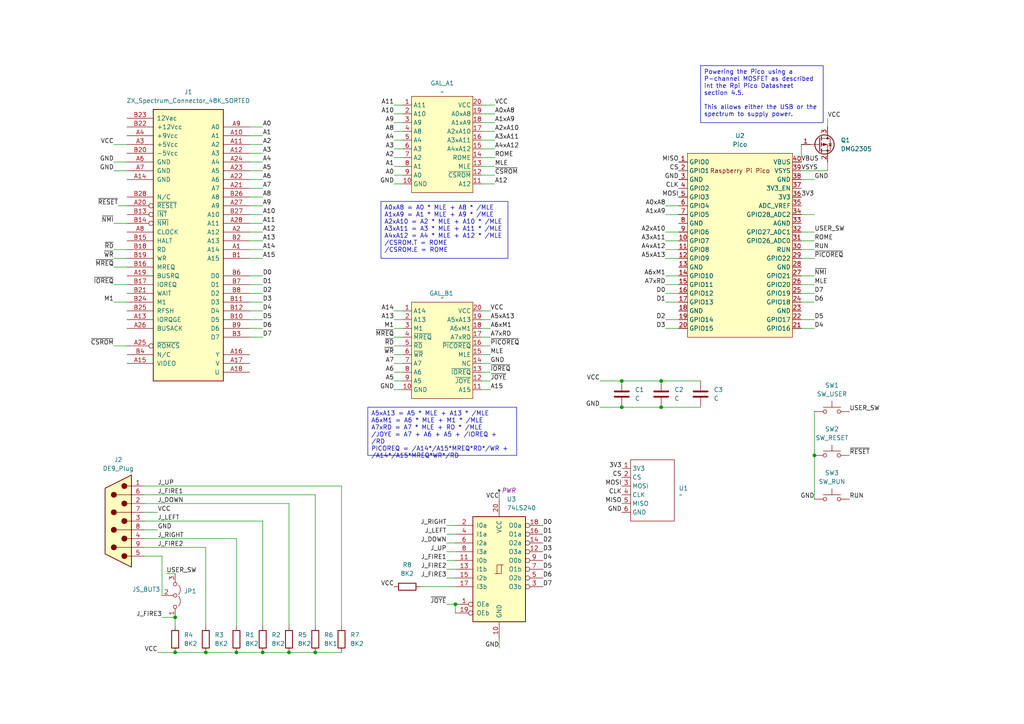
<source format=kicad_sch>
(kicad_sch (version 20231120) (generator "eeschema") (generator_version "8.0")
  (paper "A4")
  (lib_symbols
    (symbol "74xx:74LS240" (pin_names (offset 1.016))
      (property "Reference" "U" (at -7.62 16.51 0))
      (property "Value" "74LS240" (at -7.62 -16.51 0))
      (symbol "74LS240_1_0"
        (polyline (pts (xy -0.635 -1.27) (xy -0.635 1.27) (xy 0.635 1.27)))
        (polyline (pts (xy -1.27 -1.27) (xy 0.635 -1.27) (xy 0.635 1.27) (xy 1.27 1.27)))
        (pin input inverted (at -12.7 -10.16 0) (length 5.08) (name "OEa") (number "1"))
        (pin power_in line (at 0 -20.32 90) (length 5.08) (name "GND") (number "10"))
        (pin input line (at -12.7 2.54 0) (length 5.08) (name "I0b") (number "11"))
        (pin tri_state inverted (at 12.7 5.08 180) (length 5.08) (name "O3a") (number "12"))
        (pin input line (at -12.7 0 0) (length 5.08) (name "I1b") (number "13"))
        (pin tri_state inverted (at 12.7 7.62 180) (length 5.08) (name "O2a") (number "14"))
        (pin input line (at -12.7 -2.54 0) (length 5.08) (name "I2b") (number "15"))
        (pin tri_state inverted (at 12.7 10.16 180) (length 5.08) (name "O1a") (number "16"))
        (pin input line (at -12.7 -5.08 0) (length 5.08) (name "I3b") (number "17"))
        (pin tri_state inverted (at 12.7 12.7 180) (length 5.08) (name "O0a") (number "18"))
        (pin input inverted (at -12.7 -12.7 0) (length 5.08) (name "OEb") (number "19"))
        (pin input line (at -12.7 12.7 0) (length 5.08) (name "I0a") (number "2"))
        (pin power_in line (at 0 20.32 270) (length 5.08) (name "VCC") (number "20"))
        (pin tri_state inverted (at 12.7 -5.08 180) (length 5.08) (name "O3b") (number "3"))
        (pin input line (at -12.7 10.16 0) (length 5.08) (name "I1a") (number "4"))
        (pin tri_state inverted (at 12.7 -2.54 180) (length 5.08) (name "O2b") (number "5"))
        (pin input line (at -12.7 7.62 0) (length 5.08) (name "I2a") (number "6"))
        (pin tri_state inverted (at 12.7 0 180) (length 5.08) (name "O1b") (number "7"))
        (pin input line (at -12.7 5.08 0) (length 5.08) (name "I3a") (number "8"))
        (pin tri_state inverted (at 12.7 2.54 180) (length 5.08) (name "O0b") (number "9"))
      )
      (symbol "74LS240_1_1"
        (rectangle (start -7.62 15.24) (end 7.62 -15.24) (stroke (width 0.254)) (fill (type background)))
      )
    )
    (symbol "8bits:ZX_Spectrum_Connector_48K_SORTED" (pin_names (offset 1.016))
      (property "Reference" "J" (at 1.27 35.56 0))
      (property "Value" "ZX_Spectrum_Connector_48K_SORTED" (at 1.27 -46.99 0))
      (symbol "ZX_Spectrum_Connector_48K_SORTED_1_1"
        (rectangle (start -10.16 34.29) (end 10.16 -44.45) (stroke (width 0.254)) (fill (type background)))
        (pin bidirectional line (at 17.78 -6.35 180) (length 7.62) (name "A14") (number "A1"))
        (pin bidirectional line (at 17.78 26.67 180) (length 7.62) (name "A1") (number "A10"))
        (pin bidirectional line (at 17.78 24.13 180) (length 7.62) (name "A2") (number "A11"))
        (pin bidirectional line (at 17.78 21.59 180) (length 7.62) (name "A3") (number "A12"))
        (pin bidirectional line (at -17.78 -26.67 0) (length 7.62) (name "IORQGE") (number "A13"))
        (pin bidirectional line (at -17.78 13.97 0) (length 7.62) (name "GND") (number "A14"))
        (pin bidirectional line (at -17.78 -39.37 0) (length 7.62) (name "VIDEO") (number "A15"))
        (pin unspecified line (at 17.78 -36.83 180) (length 7.62) (name "Y") (number "A16"))
        (pin bidirectional line (at 17.78 -39.37 180) (length 7.62) (name "V") (number "A17"))
        (pin bidirectional line (at 17.78 -41.91 180) (length 7.62) (name "U") (number "A18"))
        (pin bidirectional line (at -17.78 -13.97 0) (length 7.62) (name "BUSRQ") (number "A19"))
        (pin bidirectional line (at 17.78 -1.27 180) (length 7.62) (name "A12") (number "A2"))
        (pin bidirectional inverted (at -17.78 6.35 0) (length 7.62) (name "~{RESET}") (number "A20"))
        (pin bidirectional line (at 17.78 11.43 180) (length 7.62) (name "A7") (number "A21"))
        (pin bidirectional line (at 17.78 13.97 180) (length 7.62) (name "A6") (number "A22"))
        (pin bidirectional line (at 17.78 16.51 180) (length 7.62) (name "A5") (number "A23"))
        (pin bidirectional line (at 17.78 19.05 180) (length 7.62) (name "A4") (number "A24"))
        (pin bidirectional inverted (at -17.78 -34.29 0) (length 7.62) (name "~{ROMCS}") (number "A25"))
        (pin bidirectional line (at -17.78 -29.21 0) (length 7.62) (name "BUSACK") (number "A26"))
        (pin bidirectional line (at 17.78 6.35 180) (length 7.62) (name "A9") (number "A27"))
        (pin bidirectional line (at 17.78 1.27 180) (length 7.62) (name "A11") (number "A28"))
        (pin bidirectional line (at -17.78 24.13 0) (length 7.62) (name "+5Vcc") (number "A3"))
        (pin bidirectional line (at -17.78 26.67 0) (length 7.62) (name "+9Vcc") (number "A4"))
        (pin bidirectional line (at -17.78 19.05 0) (length 7.62) (name "GND") (number "A6"))
        (pin bidirectional line (at -17.78 16.51 0) (length 7.62) (name "GND") (number "A7"))
        (pin bidirectional line (at -17.78 -1.27 0) (length 7.62) (name "CLOCK") (number "A8"))
        (pin bidirectional line (at 17.78 29.21 180) (length 7.62) (name "A0") (number "A9"))
        (pin bidirectional line (at 17.78 -8.89 180) (length 7.62) (name "A15") (number "B1"))
        (pin bidirectional line (at 17.78 -26.67 180) (length 7.62) (name "D5") (number "B10"))
        (pin bidirectional line (at 17.78 -21.59 180) (length 7.62) (name "D3") (number "B11"))
        (pin bidirectional line (at 17.78 -24.13 180) (length 7.62) (name "D4") (number "B12"))
        (pin bidirectional inverted (at -17.78 3.81 0) (length 7.62) (name "~{INT}") (number "B13"))
        (pin bidirectional inverted (at -17.78 1.27 0) (length 7.62) (name "~{NMI}") (number "B14"))
        (pin bidirectional line (at -17.78 -3.81 0) (length 7.62) (name "HALT") (number "B15"))
        (pin bidirectional line (at -17.78 -11.43 0) (length 7.62) (name "MREQ") (number "B16"))
        (pin bidirectional line (at -17.78 -16.51 0) (length 7.62) (name "IOREQ") (number "B17"))
        (pin bidirectional line (at -17.78 -6.35 0) (length 7.62) (name "RD") (number "B18"))
        (pin bidirectional line (at -17.78 -8.89 0) (length 7.62) (name "WR") (number "B19"))
        (pin bidirectional line (at 17.78 -3.81 180) (length 7.62) (name "A13") (number "B2"))
        (pin bidirectional line (at -17.78 21.59 0) (length 7.62) (name "-5Vcc") (number "B20"))
        (pin bidirectional line (at -17.78 -19.05 0) (length 7.62) (name "WAIT") (number "B21"))
        (pin bidirectional line (at -17.78 29.21 0) (length 7.62) (name "+12Vcc") (number "B22"))
        (pin bidirectional line (at -17.78 31.75 0) (length 7.62) (name "12Vac") (number "B23"))
        (pin bidirectional line (at -17.78 -21.59 0) (length 7.62) (name "M1") (number "B24"))
        (pin bidirectional line (at -17.78 -24.13 0) (length 7.62) (name "RFSH") (number "B25"))
        (pin bidirectional line (at 17.78 8.89 180) (length 7.62) (name "A8") (number "B26"))
        (pin bidirectional line (at 17.78 3.81 180) (length 7.62) (name "A10") (number "B27"))
        (pin unspecified line (at -17.78 8.89 0) (length 7.62) (name "N/C") (number "B28"))
        (pin bidirectional line (at 17.78 -31.75 180) (length 7.62) (name "D7") (number "B3"))
        (pin unspecified line (at -17.78 -36.83 0) (length 7.62) (name "N/C") (number "B4"))
        (pin bidirectional line (at 17.78 -13.97 180) (length 7.62) (name "D0") (number "B6"))
        (pin bidirectional line (at 17.78 -16.51 180) (length 7.62) (name "D1") (number "B7"))
        (pin bidirectional line (at 17.78 -19.05 180) (length 7.62) (name "D2") (number "B8"))
        (pin bidirectional line (at 17.78 -29.21 180) (length 7.62) (name "D6") (number "B9"))
      )
    )
    (symbol "Connector:DE9_Plug" (pin_names (offset 1.016) hide)
      (property "Reference" "J" (at 0 13.97 0))
      (property "Value" "DE9_Plug" (at 0 -14.605 0))
      (symbol "DE9_Plug_0_1"
        (circle (center -1.778 -10.16) (radius 0.762) (fill (type outline)))
        (circle (center -1.778 -5.08) (radius 0.762) (fill (type outline)))
        (circle (center -1.778 0) (radius 0.762) (fill (type outline)))
        (circle (center -1.778 5.08) (radius 0.762) (fill (type outline)))
        (circle (center -1.778 10.16) (radius 0.762) (fill (type outline)))
        (polyline (pts (xy -3.81 -10.16) (xy -2.54 -10.16)))
        (polyline (pts (xy -3.81 -7.62) (xy 0.508 -7.62)))
        (polyline (pts (xy -3.81 -5.08) (xy -2.54 -5.08)))
        (polyline (pts (xy -3.81 -2.54) (xy 0.508 -2.54)))
        (polyline (pts (xy -3.81 0) (xy -2.54 0)))
        (polyline (pts (xy -3.81 2.54) (xy 0.508 2.54)))
        (polyline (pts (xy -3.81 5.08) (xy -2.54 5.08)))
        (polyline (pts (xy -3.81 7.62) (xy 0.508 7.62)))
        (polyline (pts (xy -3.81 10.16) (xy -2.54 10.16)))
        (polyline (pts (xy -3.81 -13.335) (xy -3.81 13.335) (xy 3.81 9.525) (xy 3.81 -9.525) (xy -3.81 -13.335)) (stroke (width 0.254)) (fill (type background)))
        (circle (center 1.27 -7.62) (radius 0.762) (fill (type outline)))
        (circle (center 1.27 -2.54) (radius 0.762) (fill (type outline)))
        (circle (center 1.27 2.54) (radius 0.762) (fill (type outline)))
        (circle (center 1.27 7.62) (radius 0.762) (fill (type outline)))
      )
      (symbol "DE9_Plug_1_1"
        (pin passive line (at -7.62 -10.16 0) (length 3.81) (name "1") (number "1"))
        (pin passive line (at -7.62 -5.08 0) (length 3.81) (name "2") (number "2"))
        (pin passive line (at -7.62 0 0) (length 3.81) (name "3") (number "3"))
        (pin passive line (at -7.62 5.08 0) (length 3.81) (name "4") (number "4"))
        (pin passive line (at -7.62 10.16 0) (length 3.81) (name "5") (number "5"))
        (pin passive line (at -7.62 -7.62 0) (length 3.81) (name "6") (number "6"))
        (pin passive line (at -7.62 -2.54 0) (length 3.81) (name "7") (number "7"))
        (pin passive line (at -7.62 2.54 0) (length 3.81) (name "8") (number "8"))
        (pin passive line (at -7.62 7.62 0) (length 3.81) (name "9") (number "9"))
      )
    )
    (symbol "Device:C" (pin_numbers hide) (pin_names (offset 0.254))
      (property "Reference" "C" (at 0.635 2.54 0))
      (property "Value" "C" (at 0.635 -2.54 0))
      (symbol "C_0_1"
        (polyline (pts (xy -2.032 -0.762) (xy 2.032 -0.762)) (stroke (width 0.508)))
        (polyline (pts (xy -2.032 0.762) (xy 2.032 0.762)) (stroke (width 0.508)))
      )
      (symbol "C_1_1"
        (pin passive line (at 0 3.81 270) (length 2.794) (name "~") (number "1"))
        (pin passive line (at 0 -3.81 90) (length 2.794) (name "~") (number "2"))
      )
    )
    (symbol "Device:R" (pin_numbers hide) (pin_names (offset 0))
      (property "Reference" "R" (at 2.032 0 90))
      (property "Value" "R" (at 0 0 90))
      (symbol "R_0_1"
        (rectangle (start -1.016 -2.54) (end 1.016 2.54) (stroke (width 0.254)))
      )
      (symbol "R_1_1"
        (pin passive line (at 0 3.81 270) (length 1.27) (name "~") (number "1"))
        (pin passive line (at 0 -3.81 90) (length 1.27) (name "~") (number "2"))
      )
    )
    (symbol "Jumper:Jumper_3_Open" (pin_names (offset 0) hide) (exclude_from_sim yes) (in_bom no)
      (property "Reference" "JP" (at -2.54 -2.54 0))
      (property "Value" "Jumper_3_Open" (at 0 2.794 0))
      (symbol "Jumper_3_Open_0_0"
        (circle (center -3.302 0) (radius 0.508))
        (circle (center 0 0) (radius 0.508))
        (circle (center 3.302 0) (radius 0.508))
      )
      (symbol "Jumper_3_Open_0_1"
        (arc (start -0.254 1.016) (mid -1.651 1.4992) (end -3.048 1.016))
        (polyline (pts (xy 0 -0.508) (xy 0 -1.27)))
        (arc (start 3.048 1.016) (mid 1.651 1.4992) (end 0.254 1.016))
      )
      (symbol "Jumper_3_Open_1_1"
        (pin passive line (at -6.35 0 0) (length 2.54) (name "A") (number "1"))
        (pin passive line (at 0 -3.81 90) (length 2.54) (name "C") (number "2"))
        (pin passive line (at 6.35 0 180) (length 2.54) (name "B") (number "3"))
      )
    )
    (symbol "Switch:SW_Push" (pin_numbers hide) (pin_names (offset 1.016) hide)
      (property "Reference" "SW" (at 1.27 2.54 0))
      (property "Value" "SW_Push" (at 0 -1.524 0))
      (symbol "SW_Push_0_1"
        (circle (center -2.032 0) (radius 0.508))
        (polyline (pts (xy 0 1.27) (xy 0 3.048)))
        (polyline (pts (xy 2.54 1.27) (xy -2.54 1.27)))
        (circle (center 2.032 0) (radius 0.508))
        (pin passive line (at -5.08 0 0) (length 2.54) (name "1") (number "1"))
        (pin passive line (at 5.08 0 180) (length 2.54) (name "2") (number "2"))
      )
    )
    (symbol "Transistor_FET:DMG2301L" (pin_names hide)
      (property "Reference" "Q" (at 5.08 1.905 0))
      (property "Value" "DMG2301L" (at 5.08 0 0))
      (symbol "DMG2301L_0_1"
        (polyline (pts (xy 0.254 0) (xy -2.54 0)))
        (polyline (pts (xy 0.254 1.905) (xy 0.254 -1.905)) (stroke (width 0.254)))
        (polyline (pts (xy 0.762 -1.27) (xy 0.762 -2.286)) (stroke (width 0.254)))
        (polyline (pts (xy 0.762 0.508) (xy 0.762 -0.508)) (stroke (width 0.254)))
        (polyline (pts (xy 0.762 2.286) (xy 0.762 1.27)) (stroke (width 0.254)))
        (polyline (pts (xy 2.54 2.54) (xy 2.54 1.778)))
        (polyline (pts (xy 2.54 -2.54) (xy 2.54 0) (xy 0.762 0)))
        (polyline (pts (xy 0.762 1.778) (xy 3.302 1.778) (xy 3.302 -1.778) (xy 0.762 -1.778)))
        (polyline (pts (xy 2.286 0) (xy 1.27 0.381) (xy 1.27 -0.381) (xy 2.286 0)) (fill (type outline)))
        (polyline (pts (xy 2.794 -0.508) (xy 2.921 -0.381) (xy 3.683 -0.381) (xy 3.81 -0.254)))
        (polyline (pts (xy 3.302 -0.381) (xy 2.921 0.254) (xy 3.683 0.254) (xy 3.302 -0.381)))
        (circle (center 1.651 0) (radius 2.794) (stroke (width 0.254)))
        (circle (center 2.54 -1.778) (radius 0.254) (fill (type outline)))
        (circle (center 2.54 1.778) (radius 0.254) (fill (type outline)))
      )
      (symbol "DMG2301L_1_1"
        (pin input line (at -5.08 0 0) (length 2.54) (name "G") (number "1"))
        (pin passive line (at 2.54 -5.08 90) (length 2.54) (name "S") (number "2"))
        (pin passive line (at 2.54 5.08 270) (length 2.54) (name "D") (number "3"))
      )
    )
    (symbol "mysyms:GAL_CHIPA"
      (property "Reference" "GAL_A" (at 0 15.748 0))
      (symbol "GAL_CHIPA_1_1"
        (rectangle (start -8.89 13.97) (end 8.89 -13.97) (fill (type background)))
        (pin input line (at -11.43 11.43 0) (length 2.54) (name "A11") (number "1"))
        (pin input line (at -11.43 -11.43 0) (length 2.54) (name "GND") (number "10"))
        (pin input line (at 11.43 -11.43 180) (length 2.54) (name "A12") (number "11"))
        (pin output line (at 11.43 -8.89 180) (length 2.54) (name "~{CSROM}") (number "12"))
        (pin input line (at 11.43 -6.35 180) (length 2.54) (name "MLE") (number "13"))
        (pin input line (at 11.43 -3.81 180) (length 2.54) (name "ROME") (number "14"))
        (pin output line (at 11.43 -1.27 180) (length 2.54) (name "A4xA12") (number "15"))
        (pin output line (at 11.43 1.27 180) (length 2.54) (name "A3xA11") (number "16"))
        (pin output line (at 11.43 3.81 180) (length 2.54) (name "A2xA10") (number "17"))
        (pin output line (at 11.43 6.35 180) (length 2.54) (name "A1xA9") (number "18"))
        (pin output line (at 11.43 8.89 180) (length 2.54) (name "A0xA8") (number "19"))
        (pin input line (at -11.43 8.89 0) (length 2.54) (name "A10") (number "2"))
        (pin input line (at 11.43 11.43 180) (length 2.54) (name "VCC") (number "20"))
        (pin input line (at -11.43 6.35 0) (length 2.54) (name "A9") (number "3"))
        (pin input line (at -11.43 3.81 0) (length 2.54) (name "A8") (number "4"))
        (pin input line (at -11.43 1.27 0) (length 2.54) (name "A4") (number "5"))
        (pin input line (at -11.43 -1.27 0) (length 2.54) (name "A3") (number "6"))
        (pin input line (at -11.43 -3.81 0) (length 2.54) (name "A2") (number "7"))
        (pin input line (at -11.43 -6.35 0) (length 2.54) (name "A1") (number "8"))
        (pin input line (at -11.43 -8.89 0) (length 2.54) (name "A0") (number "9"))
      )
    )
    (symbol "mysyms:GAL_CHIPB"
      (property "Reference" "GAL_B" (at 0 15.748 0))
      (symbol "GAL_CHIPB_1_1"
        (rectangle (start -8.89 13.97) (end 8.89 -13.97) (fill (type background)))
        (pin input line (at -11.43 11.43 0) (length 2.54) (name "A14") (number "1"))
        (pin input line (at -11.43 -11.43 0) (length 2.54) (name "GND") (number "10"))
        (pin input line (at 11.43 -11.43 180) (length 2.54) (name "A15") (number "11"))
        (pin output line (at 11.43 -8.89 180) (length 2.54) (name "~{JOYE}") (number "12"))
        (pin input line (at 11.43 -6.35 180) (length 2.54) (name "~{IOREQ}") (number "13"))
        (pin input line (at 11.43 -3.81 180) (length 2.54) (name "NC") (number "14"))
        (pin input line (at 11.43 -1.27 180) (length 2.54) (name "MLE") (number "15"))
        (pin output line (at 11.43 1.27 180) (length 2.54) (name "~{PICOREQ}") (number "16"))
        (pin output line (at 11.43 3.81 180) (length 2.54) (name "A7xRD") (number "17"))
        (pin output line (at 11.43 6.35 180) (length 2.54) (name "A6xM1") (number "18"))
        (pin output line (at 11.43 8.89 180) (length 2.54) (name "A5xA13") (number "19"))
        (pin input line (at -11.43 8.89 0) (length 2.54) (name "A13") (number "2"))
        (pin input line (at 11.43 11.43 180) (length 2.54) (name "VCC") (number "20"))
        (pin input line (at -11.43 6.35 0) (length 2.54) (name "M1") (number "3"))
        (pin input line (at -11.43 3.81 0) (length 2.54) (name "~{MREQ}") (number "4"))
        (pin input line (at -11.43 1.27 0) (length 2.54) (name "~{RD}") (number "5"))
        (pin input line (at -11.43 -1.27 0) (length 2.54) (name "~{WR}") (number "6"))
        (pin input line (at -11.43 -3.81 0) (length 2.54) (name "A7") (number "7"))
        (pin input line (at -11.43 -6.35 0) (length 2.54) (name "A6") (number "8"))
        (pin input line (at -11.43 -8.89 0) (length 2.54) (name "A5") (number "9"))
      )
    )
    (symbol "mysyms:Pico"
      (property "Reference" "U" (at -13.97 27.94 0))
      (property "Value" "Pico" (at 0 19.05 0))
      (symbol "Pico_0_0"
        (text "Raspberry Pi Pico" (at 0 21.59 0) (effects (font (size 1.27 1.27))))
      )
      (symbol "Pico_0_1"
        (rectangle (start -15.24 26.67) (end 15.24 -26.67) (fill (type background)))
      )
      (symbol "Pico_1_1"
        (pin bidirectional line (at -17.78 24.13 0) (length 2.54) (name "GPIO0") (number "1"))
        (pin bidirectional line (at -17.78 1.27 0) (length 2.54) (name "GPIO7") (number "10"))
        (pin bidirectional line (at -17.78 -1.27 0) (length 2.54) (name "GPIO8") (number "11"))
        (pin bidirectional line (at -17.78 -3.81 0) (length 2.54) (name "GPIO9") (number "12"))
        (pin power_in line (at -17.78 -6.35 0) (length 2.54) (name "GND") (number "13"))
        (pin bidirectional line (at -17.78 -8.89 0) (length 2.54) (name "GPIO10") (number "14"))
        (pin bidirectional line (at -17.78 -11.43 0) (length 2.54) (name "GPIO11") (number "15"))
        (pin bidirectional line (at -17.78 -13.97 0) (length 2.54) (name "GPIO12") (number "16"))
        (pin bidirectional line (at -17.78 -16.51 0) (length 2.54) (name "GPIO13") (number "17"))
        (pin power_in line (at -17.78 -19.05 0) (length 2.54) (name "GND") (number "18"))
        (pin bidirectional line (at -17.78 -21.59 0) (length 2.54) (name "GPIO14") (number "19"))
        (pin bidirectional line (at -17.78 21.59 0) (length 2.54) (name "GPIO1") (number "2"))
        (pin bidirectional line (at -17.78 -24.13 0) (length 2.54) (name "GPIO15") (number "20"))
        (pin bidirectional line (at 17.78 -24.13 180) (length 2.54) (name "GPIO16") (number "21"))
        (pin bidirectional line (at 17.78 -21.59 180) (length 2.54) (name "GPIO17") (number "22"))
        (pin power_in line (at 17.78 -19.05 180) (length 2.54) (name "GND") (number "23"))
        (pin bidirectional line (at 17.78 -16.51 180) (length 2.54) (name "GPIO18") (number "24"))
        (pin bidirectional line (at 17.78 -13.97 180) (length 2.54) (name "GPIO19") (number "25"))
        (pin bidirectional line (at 17.78 -11.43 180) (length 2.54) (name "GPIO20") (number "26"))
        (pin bidirectional line (at 17.78 -8.89 180) (length 2.54) (name "GPIO21") (number "27"))
        (pin power_in line (at 17.78 -6.35 180) (length 2.54) (name "GND") (number "28"))
        (pin bidirectional line (at 17.78 -3.81 180) (length 2.54) (name "GPIO22") (number "29"))
        (pin power_in line (at -17.78 19.05 0) (length 2.54) (name "GND") (number "3"))
        (pin input line (at 17.78 -1.27 180) (length 2.54) (name "RUN") (number "30"))
        (pin bidirectional line (at 17.78 1.27 180) (length 2.54) (name "GPIO26_ADC0") (number "31"))
        (pin bidirectional line (at 17.78 3.81 180) (length 2.54) (name "GPIO27_ADC1") (number "32"))
        (pin power_in line (at 17.78 6.35 180) (length 2.54) (name "AGND") (number "33"))
        (pin bidirectional line (at 17.78 8.89 180) (length 2.54) (name "GPIO28_ADC2") (number "34"))
        (pin power_in line (at 17.78 11.43 180) (length 2.54) (name "ADC_VREF") (number "35"))
        (pin power_in line (at 17.78 13.97 180) (length 2.54) (name "3V3") (number "36"))
        (pin input line (at 17.78 16.51 180) (length 2.54) (name "3V3_EN") (number "37"))
        (pin bidirectional line (at 17.78 19.05 180) (length 2.54) (name "GND") (number "38"))
        (pin power_in line (at 17.78 21.59 180) (length 2.54) (name "VSYS") (number "39"))
        (pin bidirectional line (at -17.78 16.51 0) (length 2.54) (name "GPIO2") (number "4"))
        (pin power_in line (at 17.78 24.13 180) (length 2.54) (name "VBUS") (number "40"))
        (pin bidirectional line (at -17.78 13.97 0) (length 2.54) (name "GPIO3") (number "5"))
        (pin bidirectional line (at -17.78 11.43 0) (length 2.54) (name "GPIO4") (number "6"))
        (pin bidirectional line (at -17.78 8.89 0) (length 2.54) (name "GPIO5") (number "7"))
        (pin power_in line (at -17.78 6.35 0) (length 2.54) (name "GND") (number "8"))
        (pin bidirectional line (at -17.78 3.81 0) (length 2.54) (name "GPIO6") (number "9"))
      )
    )
    (symbol "mysyms:SDMICRO_ALIEXPRESS"
      (property "Reference" "U" (at 0.254 6.604 0))
      (symbol "SDMICRO_ALIEXPRESS_0_1"
        (rectangle (start -6.35 5.08) (end 6.35 -12.7))
      )
      (symbol "SDMICRO_ALIEXPRESS_1_1"
        (pin input line (at -8.89 2.54 0) (length 2.54) (name "3V3") (number "1"))
        (pin input line (at -8.89 0 0) (length 2.54) (name "CS") (number "2"))
        (pin input line (at -8.89 -2.54 0) (length 2.54) (name "MOSI") (number "3"))
        (pin input line (at -8.89 -5.08 0) (length 2.54) (name "CLK") (number "4"))
        (pin input line (at -8.89 -7.62 0) (length 2.54) (name "MISO") (number "5"))
        (pin input line (at -8.89 -10.16 0) (length 2.54) (name "GND") (number "6"))
      )
    )
  )
  (junction (at 91.44 189.23))
  (junction (at 236.22 132.08))
  (junction (at 50.8 179.07))
  (junction (at 191.77 110.49))
  (junction (at 59.69 189.23))
  (junction (at 83.82 189.23))
  (junction (at 50.8 189.23))
  (junction (at 132.08 175.26))
  (junction (at 68.58 189.23))
  (junction (at 180.34 110.49))
  (junction (at 180.34 118.11))
  (junction (at 191.77 118.11))
  (junction (at 76.2 189.23))
  (wire (pts (xy 114.3 107.95) (xy 116.84 107.95)))
  (wire (pts (xy 143.51 53.34) (xy 139.7 53.34)))
  (wire (pts (xy 114.3 90.17) (xy 116.84 90.17)))
  (wire (pts (xy 34.29 59.69) (xy 36.83 59.69)))
  (wire (pts (xy 114.3 33.02) (xy 116.84 33.02)))
  (wire (pts (xy 129.54 152.4) (xy 132.08 152.4)))
  (wire (pts (xy 173.99 110.49) (xy 180.34 110.49)))
  (wire (pts (xy 142.24 97.79) (xy 139.7 97.79)))
  (wire (pts (xy 236.22 132.08) (xy 236.22 144.78)))
  (wire (pts (xy 129.54 162.56) (xy 132.08 162.56)))
  (wire (pts (xy 240.03 34.29) (xy 240.03 36.83)))
  (wire (pts (xy 33.02 87.63) (xy 36.83 87.63)))
  (wire (pts (xy 41.91 143.51) (xy 91.44 143.51)))
  (wire (pts (xy 193.04 74.93) (xy 196.85 74.93)))
  (wire (pts (xy 193.04 82.55) (xy 196.85 82.55)))
  (wire (pts (xy 50.8 189.23) (xy 59.69 189.23)))
  (wire (pts (xy 76.2 82.55) (xy 72.39 82.55)))
  (wire (pts (xy 114.3 105.41) (xy 116.84 105.41)))
  (wire (pts (xy 143.51 35.56) (xy 139.7 35.56)))
  (wire (pts (xy 76.2 95.25) (xy 72.39 95.25)))
  (wire (pts (xy 76.2 44.45) (xy 72.39 44.45)))
  (wire (pts (xy 191.77 110.49) (xy 203.2 110.49)))
  (wire (pts (xy 142.24 95.25) (xy 139.7 95.25)))
  (wire (pts (xy 76.2 41.91) (xy 72.39 41.91)))
  (wire (pts (xy 236.22 62.23) (xy 232.41 62.23)))
  (wire (pts (xy 45.72 148.59) (xy 41.91 148.59)))
  (wire (pts (xy 142.24 107.95) (xy 139.7 107.95)))
  (wire (pts (xy 114.3 102.87) (xy 116.84 102.87)))
  (wire (pts (xy 142.24 105.41) (xy 139.7 105.41)))
  (wire (pts (xy 76.2 49.53) (xy 72.39 49.53)))
  (wire (pts (xy 143.51 43.18) (xy 139.7 43.18)))
  (wire (pts (xy 232.41 46.99) (xy 232.41 41.91)))
  (wire (pts (xy 193.04 62.23) (xy 196.85 62.23)))
  (wire (pts (xy 143.51 38.1) (xy 139.7 38.1)))
  (wire (pts (xy 236.22 95.25) (xy 232.41 95.25)))
  (wire (pts (xy 91.44 189.23) (xy 99.06 189.23)))
  (wire (pts (xy 114.3 30.48) (xy 116.84 30.48)))
  (wire (pts (xy 240.03 49.53) (xy 240.03 46.99)))
  (wire (pts (xy 33.02 49.53) (xy 36.83 49.53)))
  (wire (pts (xy 193.04 92.71) (xy 196.85 92.71)))
  (wire (pts (xy 236.22 72.39) (xy 232.41 72.39)))
  (wire (pts (xy 33.02 41.91) (xy 36.83 41.91)))
  (wire (pts (xy 132.08 175.26) (xy 132.08 177.8)))
  (wire (pts (xy 236.22 67.31) (xy 232.41 67.31)))
  (wire (pts (xy 143.51 33.02) (xy 139.7 33.02)))
  (wire (pts (xy 193.04 69.85) (xy 196.85 69.85)))
  (wire (pts (xy 33.02 74.93) (xy 36.83 74.93)))
  (wire (pts (xy 114.3 53.34) (xy 116.84 53.34)))
  (wire (pts (xy 76.2 80.01) (xy 72.39 80.01)))
  (wire (pts (xy 76.2 85.09) (xy 72.39 85.09)))
  (wire (pts (xy 59.69 181.61) (xy 59.69 158.75)))
  (wire (pts (xy 41.91 151.13) (xy 76.2 151.13)))
  (wire (pts (xy 41.91 158.75) (xy 59.69 158.75)))
  (wire (pts (xy 48.26 166.37) (xy 50.8 166.37)))
  (wire (pts (xy 143.51 48.26) (xy 139.7 48.26)))
  (wire (pts (xy 142.24 100.33) (xy 139.7 100.33)))
  (wire (pts (xy 68.58 189.23) (xy 76.2 189.23)))
  (wire (pts (xy 129.54 167.64) (xy 132.08 167.64)))
  (wire (pts (xy 114.3 110.49) (xy 116.84 110.49)))
  (wire (pts (xy 114.3 50.8) (xy 116.84 50.8)))
  (wire (pts (xy 114.3 48.26) (xy 116.84 48.26)))
  (wire (pts (xy 232.41 49.53) (xy 240.03 49.53)))
  (wire (pts (xy 121.92 170.18) (xy 132.08 170.18)))
  (wire (pts (xy 114.3 95.25) (xy 116.84 95.25)))
  (wire (pts (xy 142.24 102.87) (xy 139.7 102.87)))
  (wire (pts (xy 114.3 113.03) (xy 116.84 113.03)))
  (wire (pts (xy 114.3 40.64) (xy 116.84 40.64)))
  (wire (pts (xy 191.77 118.11) (xy 203.2 118.11)))
  (wire (pts (xy 41.91 140.97) (xy 99.06 140.97)))
  (wire (pts (xy 76.2 52.07) (xy 72.39 52.07)))
  (wire (pts (xy 76.2 57.15) (xy 72.39 57.15)))
  (wire (pts (xy 180.34 118.11) (xy 191.77 118.11)))
  (wire (pts (xy 76.2 54.61) (xy 72.39 54.61)))
  (wire (pts (xy 76.2 74.93) (xy 72.39 74.93)))
  (wire (pts (xy 193.04 72.39) (xy 196.85 72.39)))
  (wire (pts (xy 114.3 38.1) (xy 116.84 38.1)))
  (wire (pts (xy 236.22 92.71) (xy 232.41 92.71)))
  (wire (pts (xy 76.2 39.37) (xy 72.39 39.37)))
  (wire (pts (xy 142.24 110.49) (xy 139.7 110.49)))
  (wire (pts (xy 236.22 87.63) (xy 232.41 87.63)))
  (wire (pts (xy 236.22 80.01) (xy 232.41 80.01)))
  (wire (pts (xy 193.04 59.69) (xy 196.85 59.69)))
  (wire (pts (xy 236.22 119.38) (xy 236.22 132.08)))
  (wire (pts (xy 68.58 181.61) (xy 68.58 156.21)))
  (wire (pts (xy 143.51 40.64) (xy 139.7 40.64)))
  (wire (pts (xy 129.54 160.02) (xy 132.08 160.02)))
  (wire (pts (xy 173.99 118.11) (xy 180.34 118.11)))
  (wire (pts (xy 33.02 100.33) (xy 36.83 100.33)))
  (wire (pts (xy 236.22 52.07) (xy 232.41 52.07)))
  (wire (pts (xy 76.2 87.63) (xy 72.39 87.63)))
  (wire (pts (xy 33.02 64.77) (xy 36.83 64.77)))
  (wire (pts (xy 76.2 72.39) (xy 72.39 72.39)))
  (wire (pts (xy 99.06 181.61) (xy 99.06 140.97)))
  (wire (pts (xy 142.24 90.17) (xy 139.7 90.17)))
  (wire (pts (xy 46.99 161.29) (xy 46.99 172.72)))
  (wire (pts (xy 45.72 153.67) (xy 41.91 153.67)))
  (wire (pts (xy 76.2 67.31) (xy 72.39 67.31)))
  (wire (pts (xy 41.91 146.05) (xy 83.82 146.05)))
  (wire (pts (xy 76.2 36.83) (xy 72.39 36.83)))
  (wire (pts (xy 129.54 175.26) (xy 132.08 175.26)))
  (wire (pts (xy 114.3 43.18) (xy 116.84 43.18)))
  (wire (pts (xy 193.04 67.31) (xy 196.85 67.31)))
  (wire (pts (xy 114.3 45.72) (xy 116.84 45.72)))
  (wire (pts (xy 76.2 62.23) (xy 72.39 62.23)))
  (wire (pts (xy 83.82 181.61) (xy 83.82 146.05)))
  (wire (pts (xy 114.3 92.71) (xy 116.84 92.71)))
  (wire (pts (xy 193.04 95.25) (xy 196.85 95.25)))
  (wire (pts (xy 143.51 45.72) (xy 139.7 45.72)))
  (wire (pts (xy 236.22 82.55) (xy 232.41 82.55)))
  (wire (pts (xy 76.2 59.69) (xy 72.39 59.69)))
  (wire (pts (xy 129.54 154.94) (xy 132.08 154.94)))
  (wire (pts (xy 76.2 97.79) (xy 72.39 97.79)))
  (wire (pts (xy 33.02 77.47) (xy 36.83 77.47)))
  (wire (pts (xy 144.78 187.96) (xy 144.78 185.42)))
  (wire (pts (xy 33.02 72.39) (xy 36.83 72.39)))
  (wire (pts (xy 45.72 189.23) (xy 50.8 189.23)))
  (wire (pts (xy 83.82 189.23) (xy 91.44 189.23)))
  (wire (pts (xy 33.02 82.55) (xy 36.83 82.55)))
  (wire (pts (xy 193.04 85.09) (xy 196.85 85.09)))
  (wire (pts (xy 236.22 74.93) (xy 232.41 74.93)))
  (wire (pts (xy 76.2 69.85) (xy 72.39 69.85)))
  (wire (pts (xy 129.54 165.1) (xy 132.08 165.1)))
  (wire (pts (xy 76.2 181.61) (xy 76.2 151.13)))
  (wire (pts (xy 41.91 156.21) (xy 68.58 156.21)))
  (wire (pts (xy 76.2 64.77) (xy 72.39 64.77)))
  (wire (pts (xy 193.04 87.63) (xy 196.85 87.63)))
  (wire (pts (xy 129.54 157.48) (xy 132.08 157.48)))
  (wire (pts (xy 33.02 46.99) (xy 36.83 46.99)))
  (wire (pts (xy 76.2 90.17) (xy 72.39 90.17)))
  (wire (pts (xy 91.44 181.61) (xy 91.44 143.51)))
  (wire (pts (xy 236.22 69.85) (xy 232.41 69.85)))
  (wire (pts (xy 41.91 161.29) (xy 46.99 161.29)))
  (wire (pts (xy 143.51 30.48) (xy 139.7 30.48)))
  (wire (pts (xy 50.8 179.07) (xy 50.8 181.61)))
  (wire (pts (xy 143.51 50.8) (xy 139.7 50.8)))
  (wire (pts (xy 114.3 100.33) (xy 116.84 100.33)))
  (wire (pts (xy 76.2 46.99) (xy 72.39 46.99)))
  (wire (pts (xy 76.2 189.23) (xy 83.82 189.23)))
  (wire (pts (xy 142.24 92.71) (xy 139.7 92.71)))
  (wire (pts (xy 114.3 35.56) (xy 116.84 35.56)))
  (wire (pts (xy 180.34 110.49) (xy 191.77 110.49)))
  (wire (pts (xy 236.22 85.09) (xy 232.41 85.09)))
  (wire (pts (xy 59.69 189.23) (xy 68.58 189.23)))
  (wire (pts (xy 114.3 97.79) (xy 116.84 97.79)))
  (wire (pts (xy 193.04 80.01) (xy 196.85 80.01)))
  (wire (pts (xy 142.24 113.03) (xy 139.7 113.03)))
  (wire (pts (xy 76.2 92.71) (xy 72.39 92.71)))
  (wire (pts (xy 46.99 179.07) (xy 50.8 179.07)))
  (text_box "Powering the Pico using a P-channel MOSFET as described int the Rpi Pico Datasheet section 4.5.\n\nThis allows either the USB or the spectrum to supply power." (at 203.2 19.05 0) (size 35.56 16.51) (effects (font (size 1.27 1.27)) (justify left top)))
  (text_box "A0xA8 = A0 * MLE + A8 * /MLE\nA1xA9 = A1 * MLE + A9 * /MLE\nA2xA10 = A2 * MLE + A10 * /MLE\nA3xA11 = A3 * MLE + A11 * /MLE\nA4xA12 = A4 * MLE + A12 * /MLE\n/CSROM.T = ROME\n/CSROM.E = ROME\n" (at 110.49 58.42 0) (size 36.83 16.51) (effects (font (size 1.27 1.27)) (justify left top)))
  (text_box "A5xA13 = A5 * MLE + A13 * /MLE\nA6xM1 = A6 * MLE + M1 * /MLE\nA7xRD = A7 * MLE + RD * /MLE\n/JOYE = A7 + A6 + A5 + /IOREQ + /RD\nPICOREQ = /A14*/A15*MREQ*RD*/WR + /A14*/A15*MREQ*WR*/RD" (at 106.68 118.11 0) (size 43.18 13.97) (effects (font (size 1.27 1.27)) (justify left top)))
  (label "A6" (at 76.2 52.07 0))
  (label "CLK" (at 196.85 54.61 180))
  (label "A8" (at 76.2 57.15 0))
  (label "D5" (at 76.2 92.71 0))
  (label "GND" (at 180.34 148.59 180))
  (label "A0" (at 114.3 50.8 180))
  (label "MLE" (at 142.24 102.87 0))
  (label "~{WR}" (at 114.3 102.87 180))
  (label "RUN" (at 246.38 144.78 0))
  (label "D7" (at 76.2 97.79 0))
  (label "CS" (at 180.34 138.43 180))
  (label "D0" (at 193.04 85.09 180))
  (label "VCC" (at 114.3 170.18 180))
  (label "D0" (at 157.48 152.4 0))
  (label "VSYS" (at 232.41 49.53 0))
  (label "A1xA9" (at 143.51 35.56 0))
  (label "A5" (at 114.3 110.49 180))
  (label "VCC" (at 33.02 41.91 180))
  (label "~{JOYE}" (at 142.24 110.49 0))
  (label "A5xA13" (at 142.24 92.71 0))
  (label "D2" (at 193.04 92.71 180))
  (label "A2xA10" (at 143.51 38.1 0))
  (label "~{RD}" (at 33.02 72.39 180))
  (label "A1" (at 114.3 48.26 180))
  (label "A2" (at 76.2 41.91 0))
  (label "A11" (at 76.2 64.77 0))
  (label "~{NMI}" (at 236.22 80.01 0))
  (label "GND" (at 142.24 105.41 0))
  (label "J_DOWN" (at 129.54 157.48 180))
  (label "A1" (at 76.2 39.37 0))
  (label "USER_SW" (at 48.26 166.37 0))
  (label "MLE" (at 143.51 48.26 0))
  (label "A11" (at 114.3 30.48 180))
  (label "A13" (at 114.3 92.71 180))
  (label "GND" (at 33.02 49.53 180))
  (label "A7xRD" (at 142.24 97.79 0))
  (label "A14" (at 114.3 90.17 180))
  (label "MOSI" (at 180.34 140.97 180))
  (label "A0" (at 76.2 36.83 0))
  (label "GND" (at 236.22 52.07 0))
  (label "D6" (at 157.48 167.64 0))
  (label "J_FIRE1" (at 129.54 162.56 180))
  (label "GND" (at 114.3 53.34 180))
  (label "D4" (at 76.2 90.17 0))
  (label "USER_SW" (at 246.38 119.38 0))
  (label "ROME" (at 236.22 69.85 0))
  (label "A9" (at 76.2 59.69 0))
  (label "A13" (at 76.2 69.85 0))
  (label "M1" (at 33.02 87.63 180))
  (label "A0xA8" (at 143.51 33.02 0))
  (label "GND" (at 173.99 118.11 180))
  (label "J_UP" (at 45.72 140.97 0))
  (label "J_FIRE2" (at 129.54 165.1 180))
  (label "A4xA12" (at 193.04 72.39 180))
  (label "J_UP" (at 129.54 160.02 180))
  (label "CLK" (at 180.34 143.51 180))
  (label "D2" (at 76.2 85.09 0))
  (label "MOSI" (at 196.85 57.15 180))
  (label "GND" (at 45.72 153.67 0))
  (label "MISO" (at 196.85 46.99 180))
  (label "GND" (at 196.85 52.07 180))
  (label "A9" (at 114.3 35.56 180))
  (label "A4" (at 114.3 40.64 180))
  (label "A2xA10" (at 193.04 67.31 180))
  (label "A10" (at 76.2 62.23 0))
  (label "A3xA11" (at 193.04 69.85 180))
  (label "A4" (at 76.2 46.99 0))
  (label "~{WR}" (at 33.02 74.93 180))
  (label "D5" (at 236.22 92.71 0))
  (label "J_FIRE3" (at 46.99 179.07 180))
  (label "~{PICOREQ}" (at 142.24 100.33 0))
  (label "~{JOYE}" (at 129.54 175.26 180))
  (label "D7" (at 157.48 170.18 0))
  (label "GND" (at 144.78 187.96 180))
  (label "~{MREQ}" (at 114.3 97.79 180))
  (label "A2" (at 114.3 45.72 180))
  (label "J_RIGHT" (at 129.54 152.4 180))
  (label "~{NMI}" (at 33.02 64.77 180))
  (label "D1" (at 76.2 82.55 0))
  (label "D1" (at 157.48 154.94 0))
  (label "D4" (at 236.22 95.25 0))
  (label "~{IOREQ}" (at 33.02 82.55 180))
  (label "D3" (at 157.48 160.02 0))
  (label "A6xM1" (at 142.24 95.25 0))
  (label "~{CSROM}" (at 143.51 50.8 0))
  (label "GND" (at 236.22 144.78 180))
  (label "A4xA12" (at 143.51 43.18 0))
  (label "~{IOREQ}" (at 142.24 107.95 0))
  (label "A7" (at 114.3 105.41 180))
  (label "A15" (at 142.24 113.03 0))
  (label "GND" (at 33.02 46.99 180))
  (label "D2" (at 157.48 157.48 0))
  (label "D7" (at 236.22 85.09 0))
  (label "A5" (at 76.2 49.53 0))
  (label "~{PICOREQ}" (at 236.22 74.93 0))
  (label "J_LEFT" (at 129.54 154.94 180))
  (label "A6xM1" (at 193.04 80.01 180))
  (label "D1" (at 193.04 87.63 180))
  (label "A12" (at 143.51 53.34 0))
  (label "A3" (at 76.2 44.45 0))
  (label "J_DOWN" (at 45.72 146.05 0))
  (label "D6" (at 236.22 87.63 0))
  (label "J_RIGHT" (at 45.72 156.21 0))
  (label "USER_SW" (at 236.22 67.31 0))
  (label "VCC" (at 173.99 110.49 180))
  (label "VCC" (at 45.72 189.23 180))
  (label "A3xA11" (at 143.51 40.64 0))
  (label "A14" (at 76.2 72.39 0))
  (label "VBUS" (at 232.41 46.99 0))
  (label "A5xA13" (at 193.04 74.93 180))
  (label "ROME" (at 143.51 45.72 0))
  (label "~{RESET}" (at 246.38 132.08 0))
  (label "GND" (at 114.3 113.03 180))
  (label "3V3" (at 232.41 57.15 0))
  (label "A12" (at 76.2 67.31 0))
  (label "MISO" (at 180.34 146.05 180))
  (label "A7xRD" (at 193.04 82.55 180))
  (label "VCC" (at 240.03 34.29 0))
  (label "A0xA8" (at 193.04 59.69 180))
  (label "D4" (at 157.48 162.56 0))
  (label "VCC" (at 142.24 90.17 0))
  (label "~{MREQ}" (at 33.02 77.47 180))
  (label "J_FIRE3" (at 129.54 167.64 180))
  (label "A10" (at 114.3 33.02 180))
  (label "J_FIRE1" (at 45.72 143.51 0))
  (label "A1xA9" (at 193.04 62.23 180))
  (label "A15" (at 76.2 74.93 0))
  (label "J_LEFT" (at 45.72 151.13 0))
  (label "A8" (at 114.3 38.1 180))
  (label "3V3" (at 180.34 135.89 180))
  (label "CS" (at 196.85 49.53 180))
  (label "VCC" (at 143.51 30.48 0))
  (label "D0" (at 76.2 80.01 0))
  (label "A7" (at 76.2 54.61 0))
  (label "D6" (at 76.2 95.25 0))
  (label "MLE" (at 236.22 82.55 0))
  (label "~{CSROM}" (at 33.02 100.33 180))
  (label "J_FIRE2" (at 45.72 158.75 0))
  (label "D3" (at 193.04 95.25 180))
  (label "RUN" (at 236.22 72.39 0))
  (label "A6" (at 114.3 107.95 180))
  (label "~{RD}" (at 114.3 100.33 180))
  (label "VCC" (at 45.72 148.59 0))
  (label "~{RESET}" (at 34.29 59.69 180))
  (label "A3" (at 114.3 43.18 180))
  (label "M1" (at 114.3 95.25 180))
  (label "D5" (at 157.48 165.1 0))
  (label "VCC" (at 144.78 144.78 180))
  (label "D3" (at 76.2 87.63 0))
  (netclass_flag "" (length 2.54) (shape dot) (at 144.78 144.78 0) (property "Netclass" "PWR" (at 145.4785 142.24 0) (effects (font (italic yes)) (justify left))))
  (symbol (lib_id "Connector:DE9_Plug") (at 34.29 151.13 180) (unit 1)
    (property "Reference" "J2" (at 34.29 133.35 0))
    (property "Value" "DE9_Plug" (at 34.29 135.89 0))
    (property "Footprint" "8bits:DSUB-9_Female_Vertical_P2.77x2.84mm_MountingHoles" (effects (hide yes)))
    (property "Description" "9-pin male plug pin D-SUB connector" (effects (hide yes)))
  )
  (symbol (lib_id "Device:R") (at 91.44 185.42 0) (unit 1)
    (property "Reference" "R6" (at 93.98 184.1499 0) (effects (justify left)))
    (property "Value" "8K1" (at 93.98 186.6899 0) (effects (justify left)))
    (property "Footprint" "Resistor_THT:R_Axial_DIN0204_L3.6mm_D1.6mm_P7.62mm_Horizontal" (effects (hide yes)))
    (property "Description" "Resistor" (effects (hide yes)))
  )
  (symbol (lib_id "Device:R") (at 118.11 170.18 90) (unit 1)
    (property "Reference" "R8" (at 118.11 163.83 90))
    (property "Value" "8K2" (at 118.11 166.37 90))
    (property "Footprint" "Resistor_THT:R_Axial_DIN0204_L3.6mm_D1.6mm_P7.62mm_Horizontal" (effects (hide yes)))
    (property "Description" "Resistor" (effects (hide yes)))
  )
  (symbol (lib_id "Device:R") (at 99.06 185.42 0) (unit 1)
    (property "Reference" "R7" (at 101.6 184.1499 0) (effects (justify left)))
    (property "Value" "8K2" (at 101.6 186.6899 0) (effects (justify left)))
    (property "Footprint" "Resistor_THT:R_Axial_DIN0204_L3.6mm_D1.6mm_P7.62mm_Horizontal" (effects (hide yes)))
    (property "Description" "Resistor" (effects (hide yes)))
  )
  (symbol (lib_id "Switch:SW_Push") (at 241.3 144.78 0) (unit 1)
    (property "Reference" "SW3" (at 241.3 137.16 0))
    (property "Value" "SW_RUN" (at 241.3 139.7 0))
    (property "Footprint" "Button_Switch_THT:SW_PUSH_6mm_H8mm" (effects (hide yes)))
    (property "Description" "Push button switch, generic, two pins" (effects (hide yes)))
  )
  (symbol (lib_id "mysyms:GAL_CHIPB") (at 128.27 101.6 0) (unit 1)
    (property "Reference" "GAL_B1" (at 128.016 85.09 0))
    (property "Value" "~" (at 128.27 86.36 0))
    (property "Footprint" "Package_DIP:DIP-20_W7.62mm_Socket" (effects (hide yes)))
  )
  (symbol (lib_id "Switch:SW_Push") (at 241.3 132.08 0) (unit 1)
    (property "Reference" "SW2" (at 241.3 124.46 0))
    (property "Value" "SW_RESET" (at 241.3 127 0))
    (property "Footprint" "Button_Switch_THT:SW_PUSH_6mm_H8mm" (effects (hide yes)))
    (property "Description" "Push button switch, generic, two pins" (effects (hide yes)))
  )
  (symbol (lib_id "Device:C") (at 180.34 114.3 0) (unit 1)
    (property "Reference" "C1" (at 184.15 113.0299 0) (effects (justify left)))
    (property "Value" "C" (at 184.15 115.5699 0) (effects (justify left)))
    (property "Footprint" "Capacitor_THT:C_Disc_D5.0mm_W2.5mm_P2.50mm" (effects (hide yes)))
    (property "Description" "Unpolarized capacitor" (effects (hide yes)))
  )
  (symbol (lib_id "mysyms:Pico") (at 214.63 71.12 0) (unit 1)
    (property "Reference" "U2" (at 214.63 39.37 0))
    (property "Value" "Pico" (at 214.63 41.91 0))
    (property "Footprint" "mysyms:RPi_Pico_SMD_TH_BA" (effects (hide yes)))
  )
  (symbol (lib_id "mysyms:SDMICRO_ALIEXPRESS") (at 189.23 138.43 0) (unit 1)
    (property "Reference" "U1" (at 196.85 141.6049 0) (effects (justify left)))
    (property "Value" "~" (at 196.85 143.51 0) (effects (justify left)))
    (property "Footprint" "mysyms:SDMICRO_ALIEXPRESS" (effects (hide yes)))
  )
  (symbol (lib_id "Jumper:Jumper_3_Open") (at 50.8 172.72 270) (mirror x) (unit 1) (exclude_from_sim yes) (in_bom no)
    (property "Reference" "JP1" (at 53.34 171.4499 90) (effects (justify left)))
    (property "Value" "JS_BUT3" (at 46.482 170.942 90) (effects (justify right)))
    (property "Footprint" "Connector_PinHeader_2.54mm:PinHeader_1x03_P2.54mm_Vertical" (effects (hide yes)))
    (property "Description" "Jumper, 3-pole, both open" (effects (hide yes)))
  )
  (symbol (lib_id "Device:R") (at 59.69 185.42 0) (unit 1)
    (property "Reference" "R3" (at 62.23 184.1499 0) (effects (justify left)))
    (property "Value" "8K2" (at 62.23 186.6899 0) (effects (justify left)))
    (property "Footprint" "Resistor_THT:R_Axial_DIN0204_L3.6mm_D1.6mm_P7.62mm_Horizontal" (effects (hide yes)))
    (property "Description" "Resistor" (effects (hide yes)))
  )
  (symbol (lib_id "Device:R") (at 83.82 185.42 0) (unit 1)
    (property "Reference" "R5" (at 86.36 184.1499 0) (effects (justify left)))
    (property "Value" "8K2" (at 86.36 186.6899 0) (effects (justify left)))
    (property "Footprint" "Resistor_THT:R_Axial_DIN0204_L3.6mm_D1.6mm_P7.62mm_Horizontal" (effects (hide yes)))
    (property "Description" "Resistor" (effects (hide yes)))
  )
  (symbol (lib_id "74xx:74LS240") (at 144.78 165.1 0) (unit 1)
    (property "Reference" "U3" (at 146.9741 144.78 0) (effects (justify left)))
    (property "Value" "74LS240" (at 146.9741 147.32 0) (effects (justify left)))
    (property "Footprint" "Package_DIP:DIP-20_W7.62mm_Socket" (effects (hide yes)))
    (property "Datasheet" "http://www.ti.com/lit/ds/symlink/sn74ls240.pdf" (effects (hide yes)))
    (property "Description" "Octal Buffer and Line Driver With 3-State Output, active-low enables, inverting outputs" (effects (hide yes)))
  )
  (symbol (lib_id "Switch:SW_Push") (at 241.3 119.38 0) (unit 1)
    (property "Reference" "SW1" (at 241.3 111.76 0))
    (property "Value" "SW_USER" (at 241.3 114.3 0))
    (property "Footprint" "Button_Switch_THT:SW_PUSH_6mm_H8mm" (effects (hide yes)))
    (property "Description" "Push button switch, generic, two pins" (effects (hide yes)))
  )
  (symbol (lib_id "Device:R") (at 50.8 185.42 0) (unit 1)
    (property "Reference" "R4" (at 53.34 184.1499 0) (effects (justify left)))
    (property "Value" "8K2" (at 53.34 186.6899 0) (effects (justify left)))
    (property "Footprint" "Resistor_THT:R_Axial_DIN0204_L3.6mm_D1.6mm_P7.62mm_Horizontal" (effects (hide yes)))
    (property "Description" "Resistor" (effects (hide yes)))
  )
  (symbol (lib_id "Device:C") (at 191.77 114.3 0) (unit 1)
    (property "Reference" "C2" (at 195.58 113.0299 0) (effects (justify left)))
    (property "Value" "C" (at 195.58 115.5699 0) (effects (justify left)))
    (property "Footprint" "Capacitor_THT:C_Disc_D5.0mm_W2.5mm_P2.50mm" (effects (hide yes)))
    (property "Description" "Unpolarized capacitor" (effects (hide yes)))
  )
  (symbol (lib_id "8bits:ZX_Spectrum_Connector_48K_SORTED") (at 54.61 66.04 0) (unit 1)
    (property "Reference" "J1" (at 54.61 26.67 0))
    (property "Value" "ZX_Spectrum_Connector_48K_SORTED" (at 54.61 29.21 0))
    (property "Footprint" "8bits:ZX_CONN" (effects (hide yes)))
  )
  (symbol (lib_id "Device:R") (at 76.2 185.42 0) (unit 1)
    (property "Reference" "R2" (at 78.74 184.1499 0) (effects (justify left)))
    (property "Value" "8K2" (at 78.74 186.6899 0) (effects (justify left)))
    (property "Footprint" "Resistor_THT:R_Axial_DIN0204_L3.6mm_D1.6mm_P7.62mm_Horizontal" (effects (hide yes)))
    (property "Description" "Resistor" (effects (hide yes)))
  )
  (symbol (lib_id "Device:C") (at 203.2 114.3 0) (unit 1)
    (property "Reference" "C3" (at 207.01 113.0299 0) (effects (justify left)))
    (property "Value" "C" (at 207.01 115.5699 0) (effects (justify left)))
    (property "Footprint" "Capacitor_THT:C_Disc_D5.0mm_W2.5mm_P2.50mm" (effects (hide yes)))
    (property "Description" "Unpolarized capacitor" (effects (hide yes)))
  )
  (symbol (lib_id "Device:R") (at 68.58 185.42 0) (unit 1)
    (property "Reference" "R1" (at 71.12 184.1499 0) (effects (justify left)))
    (property "Value" "8K2" (at 71.12 186.6899 0) (effects (justify left)))
    (property "Footprint" "Resistor_THT:R_Axial_DIN0204_L3.6mm_D1.6mm_P7.62mm_Horizontal" (effects (hide yes)))
    (property "Description" "Resistor" (effects (hide yes)))
  )
  (symbol (lib_id "mysyms:GAL_CHIPA") (at 128.27 41.91 0) (unit 1)
    (property "Reference" "GAL_A1" (at 128.27 24.13 0))
    (property "Value" "~" (at 128.27 26.67 0))
    (property "Footprint" "Package_DIP:DIP-20_W7.62mm_Socket" (effects (hide yes)))
  )
  (symbol (lib_id "Transistor_FET:DMG2301L") (at 237.49 41.91 0) (unit 1)
    (property "Reference" "Q1" (at 243.84 40.6399 0) (effects (justify left)))
    (property "Value" "DMG2305" (at 243.84 43.1799 0) (effects (justify left)))
    (property "Footprint" "Package_TO_SOT_SMD:SOT-23" (effects (hide yes)))
    (property "Datasheet" "https://www.diodes.com/assets/Datasheets/DMG2301L.pdf" (effects (hide yes)))
    (property "Description" "-3A Id, -20V Vds, P-Channel MOSFET, SOT-23" (effects (hide yes)))
  )
)
</source>
